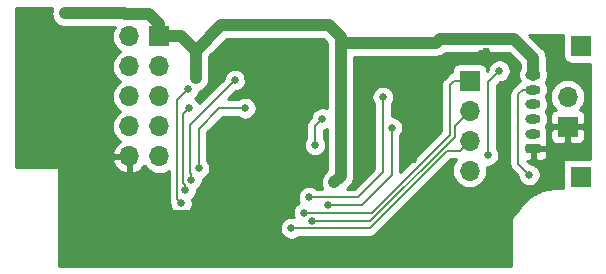
<source format=gbl>
G04 #@! TF.GenerationSoftware,KiCad,Pcbnew,(5.1.4)-1*
G04 #@! TF.CreationDate,2019-12-07T17:35:06+00:00*
G04 #@! TF.ProjectId,analog,616e616c-6f67-42e6-9b69-6361645f7063,rev?*
G04 #@! TF.SameCoordinates,Original*
G04 #@! TF.FileFunction,Copper,L2,Bot*
G04 #@! TF.FilePolarity,Positive*
%FSLAX46Y46*%
G04 Gerber Fmt 4.6, Leading zero omitted, Abs format (unit mm)*
G04 Created by KiCad (PCBNEW (5.1.4)-1) date 2019-12-07 17:35:06*
%MOMM*%
%LPD*%
G04 APERTURE LIST*
%ADD10O,1.700000X1.700000*%
%ADD11R,1.700000X1.700000*%
%ADD12C,0.100000*%
%ADD13C,0.800000*%
%ADD14O,1.300000X0.800000*%
%ADD15C,0.762000*%
%ADD16C,0.660400*%
%ADD17C,0.203200*%
%ADD18C,0.381000*%
%ADD19C,0.635000*%
%ADD20C,1.016000*%
%ADD21C,0.254000*%
G04 APERTURE END LIST*
D10*
X66617400Y-45730160D03*
X66617400Y-43190160D03*
X66617400Y-40650160D03*
D11*
X66617400Y-38110160D03*
X74923200Y-42021760D03*
D10*
X74923200Y-39481760D03*
D11*
X76040800Y-35189160D03*
X40353800Y-34376360D03*
D10*
X37813800Y-34376360D03*
X40353800Y-36916360D03*
X37813800Y-36916360D03*
X40353800Y-39456360D03*
X37813800Y-39456360D03*
X40353800Y-41996360D03*
X37813800Y-41996360D03*
X40353800Y-44536360D03*
X37813800Y-44536360D03*
D11*
X76040800Y-46314360D03*
D12*
G36*
X72471803Y-43467723D02*
G01*
X72491218Y-43470603D01*
X72510257Y-43475372D01*
X72528737Y-43481984D01*
X72546479Y-43490376D01*
X72563314Y-43500466D01*
X72579079Y-43512158D01*
X72593621Y-43525339D01*
X72606802Y-43539881D01*
X72618494Y-43555646D01*
X72628584Y-43572481D01*
X72636976Y-43590223D01*
X72643588Y-43608703D01*
X72648357Y-43627742D01*
X72651237Y-43647157D01*
X72652200Y-43666760D01*
X72652200Y-44066760D01*
X72651237Y-44086363D01*
X72648357Y-44105778D01*
X72643588Y-44124817D01*
X72636976Y-44143297D01*
X72628584Y-44161039D01*
X72618494Y-44177874D01*
X72606802Y-44193639D01*
X72593621Y-44208181D01*
X72579079Y-44221362D01*
X72563314Y-44233054D01*
X72546479Y-44243144D01*
X72528737Y-44251536D01*
X72510257Y-44258148D01*
X72491218Y-44262917D01*
X72471803Y-44265797D01*
X72452200Y-44266760D01*
X71552200Y-44266760D01*
X71532597Y-44265797D01*
X71513182Y-44262917D01*
X71494143Y-44258148D01*
X71475663Y-44251536D01*
X71457921Y-44243144D01*
X71441086Y-44233054D01*
X71425321Y-44221362D01*
X71410779Y-44208181D01*
X71397598Y-44193639D01*
X71385906Y-44177874D01*
X71375816Y-44161039D01*
X71367424Y-44143297D01*
X71360812Y-44124817D01*
X71356043Y-44105778D01*
X71353163Y-44086363D01*
X71352200Y-44066760D01*
X71352200Y-43666760D01*
X71353163Y-43647157D01*
X71356043Y-43627742D01*
X71360812Y-43608703D01*
X71367424Y-43590223D01*
X71375816Y-43572481D01*
X71385906Y-43555646D01*
X71397598Y-43539881D01*
X71410779Y-43525339D01*
X71425321Y-43512158D01*
X71441086Y-43500466D01*
X71457921Y-43490376D01*
X71475663Y-43481984D01*
X71494143Y-43475372D01*
X71513182Y-43470603D01*
X71532597Y-43467723D01*
X71552200Y-43466760D01*
X72452200Y-43466760D01*
X72471803Y-43467723D01*
X72471803Y-43467723D01*
G37*
D13*
X72002200Y-43866760D03*
D14*
X72002200Y-42616760D03*
X72002200Y-41366760D03*
X72002200Y-40116760D03*
X72002200Y-38866760D03*
X72002200Y-37616760D03*
D15*
X61893000Y-48320960D03*
X61816800Y-44739560D03*
X60724600Y-39532560D03*
X64153600Y-51673760D03*
X37890000Y-47990760D03*
X52368000Y-45323760D03*
X54180400Y-35408758D03*
X68039800Y-35722539D03*
X57894000Y-51684960D03*
X47897600Y-37912040D03*
X54779157Y-52014803D03*
X45967198Y-49248060D03*
X39871200Y-53324760D03*
D16*
X71660700Y-46082710D03*
X47618200Y-40446960D03*
X43681200Y-45552360D03*
X51529800Y-50606958D03*
X52606038Y-49287104D03*
D15*
X55720800Y-39634160D03*
X63798000Y-34935160D03*
X32327400Y-32420560D03*
X52114000Y-33436560D03*
X33140200Y-32420560D03*
X33953000Y-32420560D03*
X55176198Y-46734960D03*
D16*
X68184020Y-44426580D03*
X69142870Y-37286490D03*
D15*
X43427216Y-37932360D03*
D16*
X53307800Y-49971950D03*
X54146000Y-41335960D03*
X53536400Y-43571160D03*
X46754610Y-38059360D03*
X43046200Y-46492160D03*
X60013400Y-42093170D03*
X54654000Y-48625760D03*
X59276800Y-39507160D03*
X53028400Y-47990760D03*
X42766800Y-38846760D03*
X42208008Y-48508535D03*
X42868400Y-40421560D03*
X42538200Y-47406562D03*
D17*
X60724600Y-39557960D02*
X60724600Y-39532560D01*
D18*
X60724600Y-40802560D02*
X60724600Y-39532560D01*
X61816800Y-44739560D02*
X61816800Y-41894760D01*
X61816800Y-41894760D02*
X60724600Y-40802560D01*
X61893000Y-48787933D02*
X61893000Y-51673760D01*
X61893000Y-48320960D02*
X61893000Y-48787933D01*
X61893000Y-51673760D02*
X63686627Y-51673760D01*
X63686627Y-51673760D02*
X64153600Y-51673760D01*
X73692200Y-42021760D02*
X74923200Y-42021760D01*
X73221400Y-42492560D02*
X73692200Y-42021760D01*
X73221400Y-43571160D02*
X73221400Y-42492560D01*
X49777200Y-51699160D02*
X47084800Y-51699160D01*
X52037801Y-45653959D02*
X52368000Y-45323760D01*
X49777200Y-47914560D02*
X52037801Y-45653959D01*
X49777200Y-51699160D02*
X49777200Y-47914560D01*
X67455600Y-51673760D02*
X73221400Y-45907960D01*
X64153600Y-51673760D02*
X67455600Y-51673760D01*
X73186800Y-43866760D02*
X73221400Y-43901360D01*
X72002200Y-43866760D02*
X73186800Y-43866760D01*
X73221400Y-45907960D02*
X73221400Y-43901360D01*
X73221400Y-43901360D02*
X73221400Y-43571160D01*
X67500985Y-35722539D02*
X68039800Y-35722539D01*
X66840564Y-36382960D02*
X67500985Y-35722539D01*
X65296600Y-36382960D02*
X66840564Y-36382960D01*
X60724600Y-39532560D02*
X62147000Y-39532560D01*
X62147000Y-39532560D02*
X65296600Y-36382960D01*
X61893000Y-51673760D02*
X61881800Y-51684960D01*
X61881800Y-51684960D02*
X58432815Y-51684960D01*
X58432815Y-51684960D02*
X57894000Y-51684960D01*
X57894000Y-51684960D02*
X55109000Y-51684960D01*
X55109000Y-51684960D02*
X54779157Y-52014803D01*
X54240342Y-52014803D02*
X54779157Y-52014803D01*
X50092843Y-52014803D02*
X54240342Y-52014803D01*
X49777200Y-51699160D02*
X50092843Y-52014803D01*
X39147300Y-49248060D02*
X45428383Y-49248060D01*
X45428383Y-49248060D02*
X45967198Y-49248060D01*
X37890000Y-47990760D02*
X39147300Y-49248060D01*
X46348197Y-49629059D02*
X45967198Y-49248060D01*
X47084800Y-50365662D02*
X46348197Y-49629059D01*
X47084800Y-51699160D02*
X47084800Y-50365662D01*
X41496800Y-51699160D02*
X39871200Y-53324760D01*
X47084800Y-51699160D02*
X41496800Y-51699160D01*
X37890000Y-44612560D02*
X37813800Y-44536360D01*
X37890000Y-47990760D02*
X37890000Y-44612560D01*
D19*
X51677118Y-37912040D02*
X47897600Y-37912040D01*
X54180400Y-35408758D02*
X51677118Y-37912040D01*
X51677118Y-44094063D02*
X51677118Y-37912040D01*
X52368000Y-44784945D02*
X51677118Y-44094063D01*
X52368000Y-45323760D02*
X52368000Y-44784945D01*
D17*
X71149000Y-38866760D02*
X72002200Y-38866760D01*
X70732200Y-39283560D02*
X71149000Y-38866760D01*
X70732200Y-45154210D02*
X70732200Y-39283560D01*
X71660700Y-46082710D02*
X70732200Y-45154210D01*
X43681200Y-45085387D02*
X43681200Y-45552360D01*
X43681200Y-42199560D02*
X43681200Y-45085387D01*
X47618200Y-40446960D02*
X45433800Y-40446960D01*
X45433800Y-40446960D02*
X43681200Y-42199560D01*
X51529802Y-50606960D02*
X51529800Y-50606958D01*
X58165701Y-50606960D02*
X51529802Y-50606960D01*
X64732502Y-44040159D02*
X58165701Y-50606960D01*
X66617400Y-43190160D02*
X65767401Y-44040159D01*
X65767401Y-44040159D02*
X64732502Y-44040159D01*
X65652200Y-38110160D02*
X66617400Y-38110160D01*
X65564200Y-38110160D02*
X65652200Y-38110160D01*
X64941000Y-42682160D02*
X58336056Y-49287104D01*
X53073011Y-49287104D02*
X52606038Y-49287104D01*
X65652200Y-38110160D02*
X65322000Y-38110160D01*
X64941000Y-38491160D02*
X64941000Y-42682160D01*
X58336056Y-49287104D02*
X53073011Y-49287104D01*
X65322000Y-38110160D02*
X64941000Y-38491160D01*
D20*
X42219800Y-34376360D02*
X43427200Y-35583760D01*
X40353800Y-34376360D02*
X42219800Y-34376360D01*
X54704800Y-33436560D02*
X55720800Y-34452560D01*
X43427200Y-35583760D02*
X45574400Y-33436560D01*
X52977600Y-33436560D02*
X54704800Y-33436560D01*
X55720800Y-34452560D02*
X55720800Y-34935160D01*
X55720800Y-34935160D02*
X55720800Y-35697160D01*
X55720800Y-35697160D02*
X55720800Y-39634160D01*
X55720800Y-34935160D02*
X63798000Y-34935160D01*
X40353800Y-34376360D02*
X40353800Y-33309560D01*
X40353800Y-33309560D02*
X39515600Y-32471360D01*
X37357422Y-32420560D02*
X33953000Y-32420560D01*
X39515600Y-32471360D02*
X37408222Y-32471360D01*
X37408222Y-32471360D02*
X37357422Y-32420560D01*
X45574400Y-33436560D02*
X52114000Y-33436560D01*
X52114000Y-33436560D02*
X52977600Y-33436560D01*
X33140200Y-32420560D02*
X32352800Y-32420560D01*
X33953000Y-32420560D02*
X33140200Y-32420560D01*
X64128199Y-34604961D02*
X63798000Y-34935160D01*
X70406401Y-34604961D02*
X64128199Y-34604961D01*
X72002200Y-36200760D02*
X70406401Y-34604961D01*
X72002200Y-37616760D02*
X72002200Y-36200760D01*
X55720800Y-39634160D02*
X55720800Y-46190358D01*
X55557197Y-46353961D02*
X55176198Y-46734960D01*
X55720800Y-46190358D02*
X55557197Y-46353961D01*
D17*
X68184020Y-38245340D02*
X68812671Y-37616689D01*
X68184020Y-44426580D02*
X68184020Y-38245340D01*
X68812671Y-37616689D02*
X69142870Y-37286490D01*
D20*
X43427200Y-35583760D02*
X43427216Y-35583776D01*
X43427216Y-35583776D02*
X43427216Y-37393545D01*
X43427216Y-37393545D02*
X43427216Y-37932360D01*
D17*
X66617400Y-40650160D02*
X65347411Y-41920149D01*
X65347411Y-41920149D02*
X65347411Y-42850500D01*
X65347411Y-42850500D02*
X58225961Y-49971950D01*
X53774773Y-49971950D02*
X53307800Y-49971950D01*
X58225961Y-49971950D02*
X53774773Y-49971950D01*
X53536400Y-41945560D02*
X53536400Y-43104187D01*
X53536400Y-43104187D02*
X53536400Y-43571160D01*
X54146000Y-41335960D02*
X53536400Y-41945560D01*
X42969998Y-41843972D02*
X42969998Y-45948985D01*
X46754610Y-38059360D02*
X42969998Y-41843972D01*
X42969998Y-45948985D02*
X43046200Y-46025187D01*
X43046200Y-46025187D02*
X43046200Y-46492160D01*
X57498800Y-48625760D02*
X55120973Y-48625760D01*
X55120973Y-48625760D02*
X54654000Y-48625760D01*
X60013400Y-42093170D02*
X60013400Y-46111160D01*
X60013400Y-46111160D02*
X57498800Y-48625760D01*
X57168600Y-47990760D02*
X53495373Y-47990760D01*
X53495373Y-47990760D02*
X53028400Y-47990760D01*
X59276800Y-45882560D02*
X57168600Y-47990760D01*
X59276800Y-39507160D02*
X59276800Y-45882560D01*
X41877801Y-48178328D02*
X41877809Y-48178336D01*
X41877809Y-48178336D02*
X42208008Y-48508535D01*
X41877809Y-48178336D02*
X41877809Y-39735751D01*
X41877809Y-39735751D02*
X42766800Y-38846760D01*
X42538200Y-46939589D02*
X42538200Y-47406562D01*
X42385799Y-46787188D02*
X42538200Y-46939589D01*
X42868400Y-40421560D02*
X42385799Y-40904161D01*
X42385799Y-40904161D02*
X42385799Y-46787188D01*
D21*
G36*
X31226339Y-32196493D02*
G01*
X31204270Y-32420560D01*
X31226339Y-32644627D01*
X31291697Y-32860083D01*
X31397832Y-33058649D01*
X31540667Y-33232693D01*
X31714711Y-33375528D01*
X31913277Y-33481663D01*
X32128733Y-33547021D01*
X32296654Y-33563560D01*
X36564427Y-33563560D01*
X36435201Y-33805326D01*
X36350287Y-34085249D01*
X36321615Y-34376360D01*
X36350287Y-34667471D01*
X36435201Y-34947394D01*
X36573094Y-35205374D01*
X36758666Y-35431494D01*
X36984786Y-35617066D01*
X37039591Y-35646360D01*
X36984786Y-35675654D01*
X36758666Y-35861226D01*
X36573094Y-36087346D01*
X36435201Y-36345326D01*
X36350287Y-36625249D01*
X36321615Y-36916360D01*
X36350287Y-37207471D01*
X36435201Y-37487394D01*
X36573094Y-37745374D01*
X36758666Y-37971494D01*
X36984786Y-38157066D01*
X37039591Y-38186360D01*
X36984786Y-38215654D01*
X36758666Y-38401226D01*
X36573094Y-38627346D01*
X36435201Y-38885326D01*
X36350287Y-39165249D01*
X36321615Y-39456360D01*
X36350287Y-39747471D01*
X36435201Y-40027394D01*
X36573094Y-40285374D01*
X36758666Y-40511494D01*
X36984786Y-40697066D01*
X37039591Y-40726360D01*
X36984786Y-40755654D01*
X36758666Y-40941226D01*
X36573094Y-41167346D01*
X36435201Y-41425326D01*
X36350287Y-41705249D01*
X36321615Y-41996360D01*
X36350287Y-42287471D01*
X36435201Y-42567394D01*
X36573094Y-42825374D01*
X36758666Y-43051494D01*
X36984786Y-43237066D01*
X37049323Y-43271561D01*
X36932445Y-43341182D01*
X36716212Y-43536091D01*
X36542159Y-43769440D01*
X36416975Y-44032261D01*
X36372324Y-44179470D01*
X36493645Y-44409360D01*
X37686800Y-44409360D01*
X37686800Y-44389360D01*
X37940800Y-44389360D01*
X37940800Y-44409360D01*
X37960800Y-44409360D01*
X37960800Y-44663360D01*
X37940800Y-44663360D01*
X37940800Y-45857174D01*
X38170691Y-45977841D01*
X38445052Y-45880517D01*
X38695155Y-45731538D01*
X38911388Y-45536629D01*
X39082216Y-45307604D01*
X39113094Y-45365374D01*
X39298666Y-45591494D01*
X39524786Y-45777066D01*
X39782766Y-45914959D01*
X40062689Y-45999873D01*
X40280850Y-46021360D01*
X40426750Y-46021360D01*
X40644911Y-45999873D01*
X40924834Y-45914959D01*
X41141209Y-45799304D01*
X41141209Y-48142063D01*
X41137637Y-48178328D01*
X41151860Y-48322726D01*
X41193979Y-48461575D01*
X41242808Y-48552929D01*
X41242808Y-48603599D01*
X41279900Y-48790073D01*
X41352659Y-48965729D01*
X41458288Y-49123814D01*
X41592729Y-49258255D01*
X41750814Y-49363884D01*
X41926470Y-49436643D01*
X42112944Y-49473735D01*
X42303072Y-49473735D01*
X42489546Y-49436643D01*
X42665202Y-49363884D01*
X42823287Y-49258255D01*
X42957728Y-49123814D01*
X43063357Y-48965729D01*
X43136116Y-48790073D01*
X43173208Y-48603599D01*
X43173208Y-48413471D01*
X43136116Y-48226997D01*
X43116938Y-48180698D01*
X43153479Y-48156282D01*
X43287920Y-48021841D01*
X43393549Y-47863756D01*
X43466308Y-47688100D01*
X43503400Y-47501626D01*
X43503400Y-47347505D01*
X43661479Y-47241880D01*
X43795920Y-47107439D01*
X43901549Y-46949354D01*
X43974308Y-46773698D01*
X44011400Y-46587224D01*
X44011400Y-46460312D01*
X44138394Y-46407709D01*
X44296479Y-46302080D01*
X44430920Y-46167639D01*
X44536549Y-46009554D01*
X44609308Y-45833898D01*
X44646400Y-45647424D01*
X44646400Y-45457296D01*
X44609308Y-45270822D01*
X44536549Y-45095166D01*
X44430920Y-44937081D01*
X44417800Y-44923961D01*
X44417800Y-42504669D01*
X45738910Y-41183560D01*
X46989801Y-41183560D01*
X47002921Y-41196680D01*
X47161006Y-41302309D01*
X47336662Y-41375068D01*
X47523136Y-41412160D01*
X47713264Y-41412160D01*
X47899738Y-41375068D01*
X48075394Y-41302309D01*
X48233479Y-41196680D01*
X48367920Y-41062239D01*
X48473549Y-40904154D01*
X48546308Y-40728498D01*
X48583400Y-40542024D01*
X48583400Y-40351896D01*
X48546308Y-40165422D01*
X48473549Y-39989766D01*
X48367920Y-39831681D01*
X48233479Y-39697240D01*
X48075394Y-39591611D01*
X47899738Y-39518852D01*
X47713264Y-39481760D01*
X47523136Y-39481760D01*
X47336662Y-39518852D01*
X47161006Y-39591611D01*
X47002921Y-39697240D01*
X46989801Y-39710360D01*
X46145320Y-39710360D01*
X46831120Y-39024560D01*
X46849674Y-39024560D01*
X47036148Y-38987468D01*
X47211804Y-38914709D01*
X47369889Y-38809080D01*
X47504330Y-38674639D01*
X47609959Y-38516554D01*
X47682718Y-38340898D01*
X47719810Y-38154424D01*
X47719810Y-37964296D01*
X47682718Y-37777822D01*
X47609959Y-37602166D01*
X47504330Y-37444081D01*
X47369889Y-37309640D01*
X47211804Y-37204011D01*
X47036148Y-37131252D01*
X46849674Y-37094160D01*
X46659546Y-37094160D01*
X46473072Y-37131252D01*
X46297416Y-37204011D01*
X46139331Y-37309640D01*
X46004890Y-37444081D01*
X45899261Y-37602166D01*
X45826502Y-37777822D01*
X45789410Y-37964296D01*
X45789410Y-37982850D01*
X43748395Y-40023866D01*
X43723749Y-39964366D01*
X43618120Y-39806281D01*
X43483679Y-39671840D01*
X43376487Y-39600217D01*
X43382079Y-39596480D01*
X43516520Y-39462039D01*
X43622149Y-39303954D01*
X43694908Y-39128298D01*
X43712417Y-39040276D01*
X43866739Y-38993463D01*
X44065305Y-38887328D01*
X44239349Y-38744493D01*
X44382184Y-38570449D01*
X44488319Y-38371882D01*
X44553677Y-38156426D01*
X44570216Y-37988505D01*
X44570216Y-36057189D01*
X46047847Y-34579560D01*
X54231355Y-34579560D01*
X54573587Y-34921792D01*
X54572270Y-34935160D01*
X54577800Y-34991305D01*
X54577800Y-35641015D01*
X54577801Y-39578005D01*
X54577800Y-39578015D01*
X54577800Y-40470093D01*
X54427538Y-40407852D01*
X54241064Y-40370760D01*
X54050936Y-40370760D01*
X53864462Y-40407852D01*
X53688806Y-40480611D01*
X53530721Y-40586240D01*
X53396280Y-40720681D01*
X53290651Y-40878766D01*
X53217892Y-41054422D01*
X53180800Y-41240896D01*
X53180800Y-41259451D01*
X53041132Y-41399119D01*
X53013025Y-41422186D01*
X52989959Y-41450292D01*
X52989958Y-41450293D01*
X52970816Y-41473618D01*
X52920976Y-41534348D01*
X52852578Y-41662312D01*
X52810458Y-41801162D01*
X52799800Y-41909374D01*
X52796236Y-41945560D01*
X52799800Y-41981744D01*
X52799801Y-42942760D01*
X52786680Y-42955881D01*
X52681051Y-43113966D01*
X52608292Y-43289622D01*
X52571200Y-43476096D01*
X52571200Y-43666224D01*
X52608292Y-43852698D01*
X52681051Y-44028354D01*
X52786680Y-44186439D01*
X52921121Y-44320880D01*
X53079206Y-44426509D01*
X53254862Y-44499268D01*
X53441336Y-44536360D01*
X53631464Y-44536360D01*
X53817938Y-44499268D01*
X53993594Y-44426509D01*
X54151679Y-44320880D01*
X54286120Y-44186439D01*
X54391749Y-44028354D01*
X54464508Y-43852698D01*
X54501600Y-43666224D01*
X54501600Y-43476096D01*
X54464508Y-43289622D01*
X54391749Y-43113966D01*
X54286120Y-42955881D01*
X54273000Y-42942761D01*
X54273000Y-42294808D01*
X54427538Y-42264068D01*
X54577800Y-42201827D01*
X54577801Y-45716912D01*
X54328274Y-45966439D01*
X54221231Y-46096872D01*
X54115096Y-46295437D01*
X54049737Y-46510893D01*
X54027669Y-46734960D01*
X54049737Y-46959027D01*
X54115096Y-47174483D01*
X54157684Y-47254160D01*
X53656799Y-47254160D01*
X53643679Y-47241040D01*
X53485594Y-47135411D01*
X53309938Y-47062652D01*
X53123464Y-47025560D01*
X52933336Y-47025560D01*
X52746862Y-47062652D01*
X52571206Y-47135411D01*
X52413121Y-47241040D01*
X52278680Y-47375481D01*
X52173051Y-47533566D01*
X52100292Y-47709222D01*
X52063200Y-47895696D01*
X52063200Y-48085824D01*
X52100292Y-48272298D01*
X52163779Y-48425569D01*
X52148844Y-48431755D01*
X51990759Y-48537384D01*
X51856318Y-48671825D01*
X51750689Y-48829910D01*
X51677930Y-49005566D01*
X51640838Y-49192040D01*
X51640838Y-49382168D01*
X51677930Y-49568642D01*
X51715700Y-49659826D01*
X51624864Y-49641758D01*
X51434736Y-49641758D01*
X51248262Y-49678850D01*
X51072606Y-49751609D01*
X50914521Y-49857238D01*
X50780080Y-49991679D01*
X50674451Y-50149764D01*
X50601692Y-50325420D01*
X50564600Y-50511894D01*
X50564600Y-50702022D01*
X50601692Y-50888496D01*
X50674451Y-51064152D01*
X50780080Y-51222237D01*
X50914521Y-51356678D01*
X51072606Y-51462307D01*
X51248262Y-51535066D01*
X51434736Y-51572158D01*
X51624864Y-51572158D01*
X51811338Y-51535066D01*
X51986994Y-51462307D01*
X52145079Y-51356678D01*
X52158197Y-51343560D01*
X58129518Y-51343560D01*
X58165701Y-51347124D01*
X58201884Y-51343560D01*
X58201887Y-51343560D01*
X58310100Y-51332902D01*
X58448950Y-51290782D01*
X58576914Y-51222384D01*
X58689076Y-51130335D01*
X58712147Y-51102223D01*
X65037612Y-44776759D01*
X65478776Y-44776759D01*
X65376694Y-44901146D01*
X65238801Y-45159126D01*
X65153887Y-45439049D01*
X65125215Y-45730160D01*
X65153887Y-46021271D01*
X65238801Y-46301194D01*
X65376694Y-46559174D01*
X65562266Y-46785294D01*
X65788386Y-46970866D01*
X66046366Y-47108759D01*
X66326289Y-47193673D01*
X66544450Y-47215160D01*
X66690350Y-47215160D01*
X66908511Y-47193673D01*
X67188434Y-47108759D01*
X67446414Y-46970866D01*
X67672534Y-46785294D01*
X67858106Y-46559174D01*
X67995999Y-46301194D01*
X68080913Y-46021271D01*
X68109585Y-45730160D01*
X68080913Y-45439049D01*
X68065137Y-45387042D01*
X68088956Y-45391780D01*
X68279084Y-45391780D01*
X68465558Y-45354688D01*
X68641214Y-45281929D01*
X68799299Y-45176300D01*
X68933740Y-45041859D01*
X69039369Y-44883774D01*
X69112128Y-44708118D01*
X69149220Y-44521644D01*
X69149220Y-44331516D01*
X69112128Y-44145042D01*
X69039369Y-43969386D01*
X68933740Y-43811301D01*
X68920620Y-43798181D01*
X68920620Y-38550449D01*
X69219380Y-38251690D01*
X69237934Y-38251690D01*
X69424408Y-38214598D01*
X69600064Y-38141839D01*
X69758149Y-38036210D01*
X69892590Y-37901769D01*
X69998219Y-37743684D01*
X70070978Y-37568028D01*
X70108070Y-37381554D01*
X70108070Y-37191426D01*
X70070978Y-37004952D01*
X69998219Y-36829296D01*
X69892590Y-36671211D01*
X69758149Y-36536770D01*
X69600064Y-36431141D01*
X69424408Y-36358382D01*
X69237934Y-36321290D01*
X69047806Y-36321290D01*
X68861332Y-36358382D01*
X68685676Y-36431141D01*
X68527591Y-36536770D01*
X68393150Y-36671211D01*
X68287521Y-36829296D01*
X68214762Y-37004952D01*
X68177670Y-37191426D01*
X68177670Y-37209980D01*
X68105472Y-37282178D01*
X68105472Y-37260160D01*
X68093212Y-37135678D01*
X68056902Y-37015980D01*
X67997937Y-36905666D01*
X67918585Y-36808975D01*
X67821894Y-36729623D01*
X67711580Y-36670658D01*
X67591882Y-36634348D01*
X67467400Y-36622088D01*
X65767400Y-36622088D01*
X65642918Y-36634348D01*
X65523220Y-36670658D01*
X65412906Y-36729623D01*
X65316215Y-36808975D01*
X65236863Y-36905666D01*
X65177898Y-37015980D01*
X65141588Y-37135678D01*
X65129328Y-37260160D01*
X65129328Y-37398862D01*
X65038751Y-37426338D01*
X64910787Y-37494736D01*
X64798625Y-37586785D01*
X64775550Y-37614902D01*
X64445733Y-37944718D01*
X64417625Y-37967786D01*
X64394559Y-37995892D01*
X64394558Y-37995893D01*
X64389525Y-38002026D01*
X64325576Y-38079948D01*
X64257178Y-38207912D01*
X64215058Y-38346762D01*
X64204432Y-38454648D01*
X64200836Y-38491160D01*
X64204400Y-38527343D01*
X64204401Y-42377050D01*
X60750000Y-45831451D01*
X60750000Y-42721569D01*
X60763120Y-42708449D01*
X60868749Y-42550364D01*
X60941508Y-42374708D01*
X60978600Y-42188234D01*
X60978600Y-41998106D01*
X60941508Y-41811632D01*
X60868749Y-41635976D01*
X60763120Y-41477891D01*
X60628679Y-41343450D01*
X60470594Y-41237821D01*
X60294938Y-41165062D01*
X60108464Y-41127970D01*
X60013400Y-41127970D01*
X60013400Y-40135559D01*
X60026520Y-40122439D01*
X60132149Y-39964354D01*
X60204908Y-39788698D01*
X60242000Y-39602224D01*
X60242000Y-39412096D01*
X60204908Y-39225622D01*
X60132149Y-39049966D01*
X60026520Y-38891881D01*
X59892079Y-38757440D01*
X59733994Y-38651811D01*
X59558338Y-38579052D01*
X59371864Y-38541960D01*
X59181736Y-38541960D01*
X58995262Y-38579052D01*
X58819606Y-38651811D01*
X58661521Y-38757440D01*
X58527080Y-38891881D01*
X58421451Y-39049966D01*
X58348692Y-39225622D01*
X58311600Y-39412096D01*
X58311600Y-39602224D01*
X58348692Y-39788698D01*
X58421451Y-39964354D01*
X58527080Y-40122439D01*
X58540200Y-40135559D01*
X58540201Y-45577449D01*
X56863491Y-47254160D01*
X56273443Y-47254160D01*
X56489317Y-47038286D01*
X56532933Y-47002491D01*
X56675768Y-46828447D01*
X56781903Y-46629881D01*
X56847261Y-46414425D01*
X56863800Y-46246504D01*
X56863800Y-46246496D01*
X56869329Y-46190358D01*
X56863800Y-46134219D01*
X56863800Y-36078160D01*
X63741861Y-36078160D01*
X63798000Y-36083689D01*
X63854139Y-36078160D01*
X63854146Y-36078160D01*
X64022067Y-36061621D01*
X64237523Y-35996263D01*
X64436089Y-35890128D01*
X64609319Y-35747961D01*
X69932956Y-35747961D01*
X70859200Y-36674206D01*
X70859200Y-37091845D01*
X70791359Y-37218767D01*
X70732176Y-37413865D01*
X70712193Y-37616760D01*
X70732176Y-37819655D01*
X70791359Y-38014753D01*
X70879092Y-38178891D01*
X70865751Y-38182938D01*
X70737787Y-38251336D01*
X70625625Y-38343385D01*
X70602554Y-38371497D01*
X70236932Y-38737119D01*
X70208826Y-38760185D01*
X70185760Y-38788291D01*
X70185758Y-38788293D01*
X70116776Y-38872348D01*
X70048378Y-39000313D01*
X70045088Y-39011159D01*
X70009555Y-39128298D01*
X70006259Y-39139162D01*
X69992036Y-39283560D01*
X69995601Y-39319753D01*
X69995600Y-45118027D01*
X69992036Y-45154210D01*
X69995600Y-45190393D01*
X69995600Y-45190395D01*
X70006258Y-45298608D01*
X70048378Y-45437458D01*
X70116776Y-45565422D01*
X70208825Y-45677584D01*
X70236932Y-45700651D01*
X70695500Y-46159220D01*
X70695500Y-46177774D01*
X70732592Y-46364248D01*
X70805351Y-46539904D01*
X70910980Y-46697989D01*
X71045421Y-46832430D01*
X71203506Y-46938059D01*
X71379162Y-47010818D01*
X71565636Y-47047910D01*
X71755764Y-47047910D01*
X71942238Y-47010818D01*
X72117894Y-46938059D01*
X72275979Y-46832430D01*
X72410420Y-46697989D01*
X72516049Y-46539904D01*
X72588808Y-46364248D01*
X72625900Y-46177774D01*
X72625900Y-45987646D01*
X72588808Y-45801172D01*
X72516049Y-45625516D01*
X72410420Y-45467431D01*
X72275979Y-45332990D01*
X72117894Y-45227361D01*
X71942238Y-45154602D01*
X71755764Y-45117510D01*
X71737210Y-45117510D01*
X71523090Y-44903391D01*
X71716450Y-44901760D01*
X71875200Y-44743010D01*
X71875200Y-43993760D01*
X72129200Y-43993760D01*
X72129200Y-44743010D01*
X72287950Y-44901760D01*
X72652200Y-44904832D01*
X72776682Y-44892572D01*
X72896380Y-44856262D01*
X73006694Y-44797297D01*
X73103385Y-44717945D01*
X73182737Y-44621254D01*
X73241702Y-44510940D01*
X73278012Y-44391242D01*
X73290272Y-44266760D01*
X73287200Y-44152510D01*
X73128450Y-43993760D01*
X72129200Y-43993760D01*
X71875200Y-43993760D01*
X71855200Y-43993760D01*
X71855200Y-43739760D01*
X71875200Y-43739760D01*
X71875200Y-43719760D01*
X72129200Y-43719760D01*
X72129200Y-43739760D01*
X73128450Y-43739760D01*
X73287200Y-43581010D01*
X73290272Y-43466760D01*
X73278012Y-43342278D01*
X73241702Y-43222580D01*
X73182737Y-43112266D01*
X73169525Y-43096167D01*
X73213041Y-43014753D01*
X73256417Y-42871760D01*
X73435128Y-42871760D01*
X73447388Y-42996242D01*
X73483698Y-43115940D01*
X73542663Y-43226254D01*
X73622015Y-43322945D01*
X73718706Y-43402297D01*
X73829020Y-43461262D01*
X73948718Y-43497572D01*
X74073200Y-43509832D01*
X74637450Y-43506760D01*
X74796200Y-43348010D01*
X74796200Y-42148760D01*
X75050200Y-42148760D01*
X75050200Y-43348010D01*
X75208950Y-43506760D01*
X75773200Y-43509832D01*
X75897682Y-43497572D01*
X76017380Y-43461262D01*
X76127694Y-43402297D01*
X76224385Y-43322945D01*
X76303737Y-43226254D01*
X76362702Y-43115940D01*
X76399012Y-42996242D01*
X76411272Y-42871760D01*
X76408200Y-42307510D01*
X76249450Y-42148760D01*
X75050200Y-42148760D01*
X74796200Y-42148760D01*
X73596950Y-42148760D01*
X73438200Y-42307510D01*
X73435128Y-42871760D01*
X73256417Y-42871760D01*
X73272224Y-42819655D01*
X73292207Y-42616760D01*
X73272224Y-42413865D01*
X73213041Y-42218767D01*
X73116934Y-42038963D01*
X73078196Y-41991760D01*
X73116934Y-41944557D01*
X73213041Y-41764753D01*
X73272224Y-41569655D01*
X73292207Y-41366760D01*
X73272224Y-41163865D01*
X73213041Y-40968767D01*
X73116934Y-40788963D01*
X73078196Y-40741760D01*
X73116934Y-40694557D01*
X73213041Y-40514753D01*
X73272224Y-40319655D01*
X73292207Y-40116760D01*
X73272224Y-39913865D01*
X73213041Y-39718767D01*
X73116934Y-39538963D01*
X73078196Y-39491760D01*
X73086402Y-39481760D01*
X73431015Y-39481760D01*
X73459687Y-39772871D01*
X73544601Y-40052794D01*
X73682494Y-40310774D01*
X73868066Y-40536894D01*
X73897887Y-40561367D01*
X73829020Y-40582258D01*
X73718706Y-40641223D01*
X73622015Y-40720575D01*
X73542663Y-40817266D01*
X73483698Y-40927580D01*
X73447388Y-41047278D01*
X73435128Y-41171760D01*
X73438200Y-41736010D01*
X73596950Y-41894760D01*
X74796200Y-41894760D01*
X74796200Y-41874760D01*
X75050200Y-41874760D01*
X75050200Y-41894760D01*
X76249450Y-41894760D01*
X76408200Y-41736010D01*
X76411272Y-41171760D01*
X76399012Y-41047278D01*
X76362702Y-40927580D01*
X76303737Y-40817266D01*
X76224385Y-40720575D01*
X76127694Y-40641223D01*
X76017380Y-40582258D01*
X75948513Y-40561367D01*
X75978334Y-40536894D01*
X76163906Y-40310774D01*
X76301799Y-40052794D01*
X76386713Y-39772871D01*
X76415385Y-39481760D01*
X76386713Y-39190649D01*
X76301799Y-38910726D01*
X76163906Y-38652746D01*
X75978334Y-38426626D01*
X75752214Y-38241054D01*
X75494234Y-38103161D01*
X75214311Y-38018247D01*
X74996150Y-37996760D01*
X74850250Y-37996760D01*
X74632089Y-38018247D01*
X74352166Y-38103161D01*
X74094186Y-38241054D01*
X73868066Y-38426626D01*
X73682494Y-38652746D01*
X73544601Y-38910726D01*
X73459687Y-39190649D01*
X73431015Y-39481760D01*
X73086402Y-39481760D01*
X73116934Y-39444557D01*
X73213041Y-39264753D01*
X73272224Y-39069655D01*
X73292207Y-38866760D01*
X73272224Y-38663865D01*
X73213041Y-38468767D01*
X73116934Y-38288963D01*
X73078196Y-38241760D01*
X73116934Y-38194557D01*
X73213041Y-38014753D01*
X73272224Y-37819655D01*
X73292207Y-37616760D01*
X73272224Y-37413865D01*
X73213041Y-37218767D01*
X73145200Y-37091845D01*
X73145200Y-36256899D01*
X73150729Y-36200760D01*
X73145200Y-36144621D01*
X73145200Y-36144614D01*
X73128661Y-35976693D01*
X73102402Y-35890128D01*
X73063303Y-35761236D01*
X72999043Y-35641014D01*
X72957168Y-35562671D01*
X72814333Y-35388627D01*
X72770723Y-35352837D01*
X71691845Y-34273960D01*
X74559149Y-34273960D01*
X74552728Y-34339160D01*
X74552728Y-36039160D01*
X74564988Y-36163642D01*
X74601298Y-36283340D01*
X74660263Y-36393654D01*
X74739615Y-36490345D01*
X74836306Y-36569697D01*
X74946620Y-36628662D01*
X75066318Y-36664972D01*
X75190800Y-36677232D01*
X76803601Y-36677232D01*
X76803600Y-44790360D01*
X74637818Y-44790360D01*
X74613042Y-44792800D01*
X74589217Y-44800027D01*
X74567261Y-44811763D01*
X74548015Y-44827557D01*
X74532221Y-44846803D01*
X74520485Y-44868759D01*
X74513258Y-44892584D01*
X74510818Y-44917360D01*
X74510818Y-47229560D01*
X74010185Y-47229560D01*
X73939810Y-47229224D01*
X73907205Y-47232264D01*
X73874456Y-47232035D01*
X73864938Y-47232969D01*
X73268320Y-47295675D01*
X73207509Y-47308158D01*
X73146518Y-47319793D01*
X73137362Y-47322557D01*
X72564286Y-47499954D01*
X72507032Y-47524022D01*
X72449488Y-47547271D01*
X72441043Y-47551761D01*
X72236176Y-47662532D01*
X72231424Y-47663000D01*
X72207599Y-47670227D01*
X72185643Y-47681963D01*
X72166397Y-47697757D01*
X72160944Y-47703210D01*
X71913338Y-47837090D01*
X71861881Y-47871798D01*
X71809917Y-47905803D01*
X71802505Y-47911848D01*
X71340271Y-48294242D01*
X71296524Y-48338295D01*
X71252167Y-48381733D01*
X71246070Y-48389103D01*
X70866913Y-48853995D01*
X70832557Y-48905706D01*
X70797480Y-48956934D01*
X70792934Y-48965343D01*
X70792931Y-48965347D01*
X70792931Y-48965348D01*
X70672718Y-49191436D01*
X70185197Y-49678957D01*
X70169403Y-49698203D01*
X70157667Y-49720159D01*
X70150440Y-49743984D01*
X70148000Y-49768760D01*
X70148000Y-53808160D01*
X31870200Y-53808160D01*
X31870200Y-45526960D01*
X31867760Y-45502184D01*
X31860533Y-45478359D01*
X31848797Y-45456403D01*
X31833003Y-45437157D01*
X31813757Y-45421363D01*
X31791801Y-45409627D01*
X31767976Y-45402400D01*
X31743200Y-45399960D01*
X28211800Y-45399960D01*
X28211800Y-44893250D01*
X36372324Y-44893250D01*
X36416975Y-45040459D01*
X36542159Y-45303280D01*
X36716212Y-45536629D01*
X36932445Y-45731538D01*
X37182548Y-45880517D01*
X37456909Y-45977841D01*
X37686800Y-45857174D01*
X37686800Y-44663360D01*
X36493645Y-44663360D01*
X36372324Y-44893250D01*
X28211800Y-44893250D01*
X28211800Y-31987960D01*
X31289597Y-31987960D01*
X31226339Y-32196493D01*
X31226339Y-32196493D01*
G37*
X31226339Y-32196493D02*
X31204270Y-32420560D01*
X31226339Y-32644627D01*
X31291697Y-32860083D01*
X31397832Y-33058649D01*
X31540667Y-33232693D01*
X31714711Y-33375528D01*
X31913277Y-33481663D01*
X32128733Y-33547021D01*
X32296654Y-33563560D01*
X36564427Y-33563560D01*
X36435201Y-33805326D01*
X36350287Y-34085249D01*
X36321615Y-34376360D01*
X36350287Y-34667471D01*
X36435201Y-34947394D01*
X36573094Y-35205374D01*
X36758666Y-35431494D01*
X36984786Y-35617066D01*
X37039591Y-35646360D01*
X36984786Y-35675654D01*
X36758666Y-35861226D01*
X36573094Y-36087346D01*
X36435201Y-36345326D01*
X36350287Y-36625249D01*
X36321615Y-36916360D01*
X36350287Y-37207471D01*
X36435201Y-37487394D01*
X36573094Y-37745374D01*
X36758666Y-37971494D01*
X36984786Y-38157066D01*
X37039591Y-38186360D01*
X36984786Y-38215654D01*
X36758666Y-38401226D01*
X36573094Y-38627346D01*
X36435201Y-38885326D01*
X36350287Y-39165249D01*
X36321615Y-39456360D01*
X36350287Y-39747471D01*
X36435201Y-40027394D01*
X36573094Y-40285374D01*
X36758666Y-40511494D01*
X36984786Y-40697066D01*
X37039591Y-40726360D01*
X36984786Y-40755654D01*
X36758666Y-40941226D01*
X36573094Y-41167346D01*
X36435201Y-41425326D01*
X36350287Y-41705249D01*
X36321615Y-41996360D01*
X36350287Y-42287471D01*
X36435201Y-42567394D01*
X36573094Y-42825374D01*
X36758666Y-43051494D01*
X36984786Y-43237066D01*
X37049323Y-43271561D01*
X36932445Y-43341182D01*
X36716212Y-43536091D01*
X36542159Y-43769440D01*
X36416975Y-44032261D01*
X36372324Y-44179470D01*
X36493645Y-44409360D01*
X37686800Y-44409360D01*
X37686800Y-44389360D01*
X37940800Y-44389360D01*
X37940800Y-44409360D01*
X37960800Y-44409360D01*
X37960800Y-44663360D01*
X37940800Y-44663360D01*
X37940800Y-45857174D01*
X38170691Y-45977841D01*
X38445052Y-45880517D01*
X38695155Y-45731538D01*
X38911388Y-45536629D01*
X39082216Y-45307604D01*
X39113094Y-45365374D01*
X39298666Y-45591494D01*
X39524786Y-45777066D01*
X39782766Y-45914959D01*
X40062689Y-45999873D01*
X40280850Y-46021360D01*
X40426750Y-46021360D01*
X40644911Y-45999873D01*
X40924834Y-45914959D01*
X41141209Y-45799304D01*
X41141209Y-48142063D01*
X41137637Y-48178328D01*
X41151860Y-48322726D01*
X41193979Y-48461575D01*
X41242808Y-48552929D01*
X41242808Y-48603599D01*
X41279900Y-48790073D01*
X41352659Y-48965729D01*
X41458288Y-49123814D01*
X41592729Y-49258255D01*
X41750814Y-49363884D01*
X41926470Y-49436643D01*
X42112944Y-49473735D01*
X42303072Y-49473735D01*
X42489546Y-49436643D01*
X42665202Y-49363884D01*
X42823287Y-49258255D01*
X42957728Y-49123814D01*
X43063357Y-48965729D01*
X43136116Y-48790073D01*
X43173208Y-48603599D01*
X43173208Y-48413471D01*
X43136116Y-48226997D01*
X43116938Y-48180698D01*
X43153479Y-48156282D01*
X43287920Y-48021841D01*
X43393549Y-47863756D01*
X43466308Y-47688100D01*
X43503400Y-47501626D01*
X43503400Y-47347505D01*
X43661479Y-47241880D01*
X43795920Y-47107439D01*
X43901549Y-46949354D01*
X43974308Y-46773698D01*
X44011400Y-46587224D01*
X44011400Y-46460312D01*
X44138394Y-46407709D01*
X44296479Y-46302080D01*
X44430920Y-46167639D01*
X44536549Y-46009554D01*
X44609308Y-45833898D01*
X44646400Y-45647424D01*
X44646400Y-45457296D01*
X44609308Y-45270822D01*
X44536549Y-45095166D01*
X44430920Y-44937081D01*
X44417800Y-44923961D01*
X44417800Y-42504669D01*
X45738910Y-41183560D01*
X46989801Y-41183560D01*
X47002921Y-41196680D01*
X47161006Y-41302309D01*
X47336662Y-41375068D01*
X47523136Y-41412160D01*
X47713264Y-41412160D01*
X47899738Y-41375068D01*
X48075394Y-41302309D01*
X48233479Y-41196680D01*
X48367920Y-41062239D01*
X48473549Y-40904154D01*
X48546308Y-40728498D01*
X48583400Y-40542024D01*
X48583400Y-40351896D01*
X48546308Y-40165422D01*
X48473549Y-39989766D01*
X48367920Y-39831681D01*
X48233479Y-39697240D01*
X48075394Y-39591611D01*
X47899738Y-39518852D01*
X47713264Y-39481760D01*
X47523136Y-39481760D01*
X47336662Y-39518852D01*
X47161006Y-39591611D01*
X47002921Y-39697240D01*
X46989801Y-39710360D01*
X46145320Y-39710360D01*
X46831120Y-39024560D01*
X46849674Y-39024560D01*
X47036148Y-38987468D01*
X47211804Y-38914709D01*
X47369889Y-38809080D01*
X47504330Y-38674639D01*
X47609959Y-38516554D01*
X47682718Y-38340898D01*
X47719810Y-38154424D01*
X47719810Y-37964296D01*
X47682718Y-37777822D01*
X47609959Y-37602166D01*
X47504330Y-37444081D01*
X47369889Y-37309640D01*
X47211804Y-37204011D01*
X47036148Y-37131252D01*
X46849674Y-37094160D01*
X46659546Y-37094160D01*
X46473072Y-37131252D01*
X46297416Y-37204011D01*
X46139331Y-37309640D01*
X46004890Y-37444081D01*
X45899261Y-37602166D01*
X45826502Y-37777822D01*
X45789410Y-37964296D01*
X45789410Y-37982850D01*
X43748395Y-40023866D01*
X43723749Y-39964366D01*
X43618120Y-39806281D01*
X43483679Y-39671840D01*
X43376487Y-39600217D01*
X43382079Y-39596480D01*
X43516520Y-39462039D01*
X43622149Y-39303954D01*
X43694908Y-39128298D01*
X43712417Y-39040276D01*
X43866739Y-38993463D01*
X44065305Y-38887328D01*
X44239349Y-38744493D01*
X44382184Y-38570449D01*
X44488319Y-38371882D01*
X44553677Y-38156426D01*
X44570216Y-37988505D01*
X44570216Y-36057189D01*
X46047847Y-34579560D01*
X54231355Y-34579560D01*
X54573587Y-34921792D01*
X54572270Y-34935160D01*
X54577800Y-34991305D01*
X54577800Y-35641015D01*
X54577801Y-39578005D01*
X54577800Y-39578015D01*
X54577800Y-40470093D01*
X54427538Y-40407852D01*
X54241064Y-40370760D01*
X54050936Y-40370760D01*
X53864462Y-40407852D01*
X53688806Y-40480611D01*
X53530721Y-40586240D01*
X53396280Y-40720681D01*
X53290651Y-40878766D01*
X53217892Y-41054422D01*
X53180800Y-41240896D01*
X53180800Y-41259451D01*
X53041132Y-41399119D01*
X53013025Y-41422186D01*
X52989959Y-41450292D01*
X52989958Y-41450293D01*
X52970816Y-41473618D01*
X52920976Y-41534348D01*
X52852578Y-41662312D01*
X52810458Y-41801162D01*
X52799800Y-41909374D01*
X52796236Y-41945560D01*
X52799800Y-41981744D01*
X52799801Y-42942760D01*
X52786680Y-42955881D01*
X52681051Y-43113966D01*
X52608292Y-43289622D01*
X52571200Y-43476096D01*
X52571200Y-43666224D01*
X52608292Y-43852698D01*
X52681051Y-44028354D01*
X52786680Y-44186439D01*
X52921121Y-44320880D01*
X53079206Y-44426509D01*
X53254862Y-44499268D01*
X53441336Y-44536360D01*
X53631464Y-44536360D01*
X53817938Y-44499268D01*
X53993594Y-44426509D01*
X54151679Y-44320880D01*
X54286120Y-44186439D01*
X54391749Y-44028354D01*
X54464508Y-43852698D01*
X54501600Y-43666224D01*
X54501600Y-43476096D01*
X54464508Y-43289622D01*
X54391749Y-43113966D01*
X54286120Y-42955881D01*
X54273000Y-42942761D01*
X54273000Y-42294808D01*
X54427538Y-42264068D01*
X54577800Y-42201827D01*
X54577801Y-45716912D01*
X54328274Y-45966439D01*
X54221231Y-46096872D01*
X54115096Y-46295437D01*
X54049737Y-46510893D01*
X54027669Y-46734960D01*
X54049737Y-46959027D01*
X54115096Y-47174483D01*
X54157684Y-47254160D01*
X53656799Y-47254160D01*
X53643679Y-47241040D01*
X53485594Y-47135411D01*
X53309938Y-47062652D01*
X53123464Y-47025560D01*
X52933336Y-47025560D01*
X52746862Y-47062652D01*
X52571206Y-47135411D01*
X52413121Y-47241040D01*
X52278680Y-47375481D01*
X52173051Y-47533566D01*
X52100292Y-47709222D01*
X52063200Y-47895696D01*
X52063200Y-48085824D01*
X52100292Y-48272298D01*
X52163779Y-48425569D01*
X52148844Y-48431755D01*
X51990759Y-48537384D01*
X51856318Y-48671825D01*
X51750689Y-48829910D01*
X51677930Y-49005566D01*
X51640838Y-49192040D01*
X51640838Y-49382168D01*
X51677930Y-49568642D01*
X51715700Y-49659826D01*
X51624864Y-49641758D01*
X51434736Y-49641758D01*
X51248262Y-49678850D01*
X51072606Y-49751609D01*
X50914521Y-49857238D01*
X50780080Y-49991679D01*
X50674451Y-50149764D01*
X50601692Y-50325420D01*
X50564600Y-50511894D01*
X50564600Y-50702022D01*
X50601692Y-50888496D01*
X50674451Y-51064152D01*
X50780080Y-51222237D01*
X50914521Y-51356678D01*
X51072606Y-51462307D01*
X51248262Y-51535066D01*
X51434736Y-51572158D01*
X51624864Y-51572158D01*
X51811338Y-51535066D01*
X51986994Y-51462307D01*
X52145079Y-51356678D01*
X52158197Y-51343560D01*
X58129518Y-51343560D01*
X58165701Y-51347124D01*
X58201884Y-51343560D01*
X58201887Y-51343560D01*
X58310100Y-51332902D01*
X58448950Y-51290782D01*
X58576914Y-51222384D01*
X58689076Y-51130335D01*
X58712147Y-51102223D01*
X65037612Y-44776759D01*
X65478776Y-44776759D01*
X65376694Y-44901146D01*
X65238801Y-45159126D01*
X65153887Y-45439049D01*
X65125215Y-45730160D01*
X65153887Y-46021271D01*
X65238801Y-46301194D01*
X65376694Y-46559174D01*
X65562266Y-46785294D01*
X65788386Y-46970866D01*
X66046366Y-47108759D01*
X66326289Y-47193673D01*
X66544450Y-47215160D01*
X66690350Y-47215160D01*
X66908511Y-47193673D01*
X67188434Y-47108759D01*
X67446414Y-46970866D01*
X67672534Y-46785294D01*
X67858106Y-46559174D01*
X67995999Y-46301194D01*
X68080913Y-46021271D01*
X68109585Y-45730160D01*
X68080913Y-45439049D01*
X68065137Y-45387042D01*
X68088956Y-45391780D01*
X68279084Y-45391780D01*
X68465558Y-45354688D01*
X68641214Y-45281929D01*
X68799299Y-45176300D01*
X68933740Y-45041859D01*
X69039369Y-44883774D01*
X69112128Y-44708118D01*
X69149220Y-44521644D01*
X69149220Y-44331516D01*
X69112128Y-44145042D01*
X69039369Y-43969386D01*
X68933740Y-43811301D01*
X68920620Y-43798181D01*
X68920620Y-38550449D01*
X69219380Y-38251690D01*
X69237934Y-38251690D01*
X69424408Y-38214598D01*
X69600064Y-38141839D01*
X69758149Y-38036210D01*
X69892590Y-37901769D01*
X69998219Y-37743684D01*
X70070978Y-37568028D01*
X70108070Y-37381554D01*
X70108070Y-37191426D01*
X70070978Y-37004952D01*
X69998219Y-36829296D01*
X69892590Y-36671211D01*
X69758149Y-36536770D01*
X69600064Y-36431141D01*
X69424408Y-36358382D01*
X69237934Y-36321290D01*
X69047806Y-36321290D01*
X68861332Y-36358382D01*
X68685676Y-36431141D01*
X68527591Y-36536770D01*
X68393150Y-36671211D01*
X68287521Y-36829296D01*
X68214762Y-37004952D01*
X68177670Y-37191426D01*
X68177670Y-37209980D01*
X68105472Y-37282178D01*
X68105472Y-37260160D01*
X68093212Y-37135678D01*
X68056902Y-37015980D01*
X67997937Y-36905666D01*
X67918585Y-36808975D01*
X67821894Y-36729623D01*
X67711580Y-36670658D01*
X67591882Y-36634348D01*
X67467400Y-36622088D01*
X65767400Y-36622088D01*
X65642918Y-36634348D01*
X65523220Y-36670658D01*
X65412906Y-36729623D01*
X65316215Y-36808975D01*
X65236863Y-36905666D01*
X65177898Y-37015980D01*
X65141588Y-37135678D01*
X65129328Y-37260160D01*
X65129328Y-37398862D01*
X65038751Y-37426338D01*
X64910787Y-37494736D01*
X64798625Y-37586785D01*
X64775550Y-37614902D01*
X64445733Y-37944718D01*
X64417625Y-37967786D01*
X64394559Y-37995892D01*
X64394558Y-37995893D01*
X64389525Y-38002026D01*
X64325576Y-38079948D01*
X64257178Y-38207912D01*
X64215058Y-38346762D01*
X64204432Y-38454648D01*
X64200836Y-38491160D01*
X64204400Y-38527343D01*
X64204401Y-42377050D01*
X60750000Y-45831451D01*
X60750000Y-42721569D01*
X60763120Y-42708449D01*
X60868749Y-42550364D01*
X60941508Y-42374708D01*
X60978600Y-42188234D01*
X60978600Y-41998106D01*
X60941508Y-41811632D01*
X60868749Y-41635976D01*
X60763120Y-41477891D01*
X60628679Y-41343450D01*
X60470594Y-41237821D01*
X60294938Y-41165062D01*
X60108464Y-41127970D01*
X60013400Y-41127970D01*
X60013400Y-40135559D01*
X60026520Y-40122439D01*
X60132149Y-39964354D01*
X60204908Y-39788698D01*
X60242000Y-39602224D01*
X60242000Y-39412096D01*
X60204908Y-39225622D01*
X60132149Y-39049966D01*
X60026520Y-38891881D01*
X59892079Y-38757440D01*
X59733994Y-38651811D01*
X59558338Y-38579052D01*
X59371864Y-38541960D01*
X59181736Y-38541960D01*
X58995262Y-38579052D01*
X58819606Y-38651811D01*
X58661521Y-38757440D01*
X58527080Y-38891881D01*
X58421451Y-39049966D01*
X58348692Y-39225622D01*
X58311600Y-39412096D01*
X58311600Y-39602224D01*
X58348692Y-39788698D01*
X58421451Y-39964354D01*
X58527080Y-40122439D01*
X58540200Y-40135559D01*
X58540201Y-45577449D01*
X56863491Y-47254160D01*
X56273443Y-47254160D01*
X56489317Y-47038286D01*
X56532933Y-47002491D01*
X56675768Y-46828447D01*
X56781903Y-46629881D01*
X56847261Y-46414425D01*
X56863800Y-46246504D01*
X56863800Y-46246496D01*
X56869329Y-46190358D01*
X56863800Y-46134219D01*
X56863800Y-36078160D01*
X63741861Y-36078160D01*
X63798000Y-36083689D01*
X63854139Y-36078160D01*
X63854146Y-36078160D01*
X64022067Y-36061621D01*
X64237523Y-35996263D01*
X64436089Y-35890128D01*
X64609319Y-35747961D01*
X69932956Y-35747961D01*
X70859200Y-36674206D01*
X70859200Y-37091845D01*
X70791359Y-37218767D01*
X70732176Y-37413865D01*
X70712193Y-37616760D01*
X70732176Y-37819655D01*
X70791359Y-38014753D01*
X70879092Y-38178891D01*
X70865751Y-38182938D01*
X70737787Y-38251336D01*
X70625625Y-38343385D01*
X70602554Y-38371497D01*
X70236932Y-38737119D01*
X70208826Y-38760185D01*
X70185760Y-38788291D01*
X70185758Y-38788293D01*
X70116776Y-38872348D01*
X70048378Y-39000313D01*
X70045088Y-39011159D01*
X70009555Y-39128298D01*
X70006259Y-39139162D01*
X69992036Y-39283560D01*
X69995601Y-39319753D01*
X69995600Y-45118027D01*
X69992036Y-45154210D01*
X69995600Y-45190393D01*
X69995600Y-45190395D01*
X70006258Y-45298608D01*
X70048378Y-45437458D01*
X70116776Y-45565422D01*
X70208825Y-45677584D01*
X70236932Y-45700651D01*
X70695500Y-46159220D01*
X70695500Y-46177774D01*
X70732592Y-46364248D01*
X70805351Y-46539904D01*
X70910980Y-46697989D01*
X71045421Y-46832430D01*
X71203506Y-46938059D01*
X71379162Y-47010818D01*
X71565636Y-47047910D01*
X71755764Y-47047910D01*
X71942238Y-47010818D01*
X72117894Y-46938059D01*
X72275979Y-46832430D01*
X72410420Y-46697989D01*
X72516049Y-46539904D01*
X72588808Y-46364248D01*
X72625900Y-46177774D01*
X72625900Y-45987646D01*
X72588808Y-45801172D01*
X72516049Y-45625516D01*
X72410420Y-45467431D01*
X72275979Y-45332990D01*
X72117894Y-45227361D01*
X71942238Y-45154602D01*
X71755764Y-45117510D01*
X71737210Y-45117510D01*
X71523090Y-44903391D01*
X71716450Y-44901760D01*
X71875200Y-44743010D01*
X71875200Y-43993760D01*
X72129200Y-43993760D01*
X72129200Y-44743010D01*
X72287950Y-44901760D01*
X72652200Y-44904832D01*
X72776682Y-44892572D01*
X72896380Y-44856262D01*
X73006694Y-44797297D01*
X73103385Y-44717945D01*
X73182737Y-44621254D01*
X73241702Y-44510940D01*
X73278012Y-44391242D01*
X73290272Y-44266760D01*
X73287200Y-44152510D01*
X73128450Y-43993760D01*
X72129200Y-43993760D01*
X71875200Y-43993760D01*
X71855200Y-43993760D01*
X71855200Y-43739760D01*
X71875200Y-43739760D01*
X71875200Y-43719760D01*
X72129200Y-43719760D01*
X72129200Y-43739760D01*
X73128450Y-43739760D01*
X73287200Y-43581010D01*
X73290272Y-43466760D01*
X73278012Y-43342278D01*
X73241702Y-43222580D01*
X73182737Y-43112266D01*
X73169525Y-43096167D01*
X73213041Y-43014753D01*
X73256417Y-42871760D01*
X73435128Y-42871760D01*
X73447388Y-42996242D01*
X73483698Y-43115940D01*
X73542663Y-43226254D01*
X73622015Y-43322945D01*
X73718706Y-43402297D01*
X73829020Y-43461262D01*
X73948718Y-43497572D01*
X74073200Y-43509832D01*
X74637450Y-43506760D01*
X74796200Y-43348010D01*
X74796200Y-42148760D01*
X75050200Y-42148760D01*
X75050200Y-43348010D01*
X75208950Y-43506760D01*
X75773200Y-43509832D01*
X75897682Y-43497572D01*
X76017380Y-43461262D01*
X76127694Y-43402297D01*
X76224385Y-43322945D01*
X76303737Y-43226254D01*
X76362702Y-43115940D01*
X76399012Y-42996242D01*
X76411272Y-42871760D01*
X76408200Y-42307510D01*
X76249450Y-42148760D01*
X75050200Y-42148760D01*
X74796200Y-42148760D01*
X73596950Y-42148760D01*
X73438200Y-42307510D01*
X73435128Y-42871760D01*
X73256417Y-42871760D01*
X73272224Y-42819655D01*
X73292207Y-42616760D01*
X73272224Y-42413865D01*
X73213041Y-42218767D01*
X73116934Y-42038963D01*
X73078196Y-41991760D01*
X73116934Y-41944557D01*
X73213041Y-41764753D01*
X73272224Y-41569655D01*
X73292207Y-41366760D01*
X73272224Y-41163865D01*
X73213041Y-40968767D01*
X73116934Y-40788963D01*
X73078196Y-40741760D01*
X73116934Y-40694557D01*
X73213041Y-40514753D01*
X73272224Y-40319655D01*
X73292207Y-40116760D01*
X73272224Y-39913865D01*
X73213041Y-39718767D01*
X73116934Y-39538963D01*
X73078196Y-39491760D01*
X73086402Y-39481760D01*
X73431015Y-39481760D01*
X73459687Y-39772871D01*
X73544601Y-40052794D01*
X73682494Y-40310774D01*
X73868066Y-40536894D01*
X73897887Y-40561367D01*
X73829020Y-40582258D01*
X73718706Y-40641223D01*
X73622015Y-40720575D01*
X73542663Y-40817266D01*
X73483698Y-40927580D01*
X73447388Y-41047278D01*
X73435128Y-41171760D01*
X73438200Y-41736010D01*
X73596950Y-41894760D01*
X74796200Y-41894760D01*
X74796200Y-41874760D01*
X75050200Y-41874760D01*
X75050200Y-41894760D01*
X76249450Y-41894760D01*
X76408200Y-41736010D01*
X76411272Y-41171760D01*
X76399012Y-41047278D01*
X76362702Y-40927580D01*
X76303737Y-40817266D01*
X76224385Y-40720575D01*
X76127694Y-40641223D01*
X76017380Y-40582258D01*
X75948513Y-40561367D01*
X75978334Y-40536894D01*
X76163906Y-40310774D01*
X76301799Y-40052794D01*
X76386713Y-39772871D01*
X76415385Y-39481760D01*
X76386713Y-39190649D01*
X76301799Y-38910726D01*
X76163906Y-38652746D01*
X75978334Y-38426626D01*
X75752214Y-38241054D01*
X75494234Y-38103161D01*
X75214311Y-38018247D01*
X74996150Y-37996760D01*
X74850250Y-37996760D01*
X74632089Y-38018247D01*
X74352166Y-38103161D01*
X74094186Y-38241054D01*
X73868066Y-38426626D01*
X73682494Y-38652746D01*
X73544601Y-38910726D01*
X73459687Y-39190649D01*
X73431015Y-39481760D01*
X73086402Y-39481760D01*
X73116934Y-39444557D01*
X73213041Y-39264753D01*
X73272224Y-39069655D01*
X73292207Y-38866760D01*
X73272224Y-38663865D01*
X73213041Y-38468767D01*
X73116934Y-38288963D01*
X73078196Y-38241760D01*
X73116934Y-38194557D01*
X73213041Y-38014753D01*
X73272224Y-37819655D01*
X73292207Y-37616760D01*
X73272224Y-37413865D01*
X73213041Y-37218767D01*
X73145200Y-37091845D01*
X73145200Y-36256899D01*
X73150729Y-36200760D01*
X73145200Y-36144621D01*
X73145200Y-36144614D01*
X73128661Y-35976693D01*
X73102402Y-35890128D01*
X73063303Y-35761236D01*
X72999043Y-35641014D01*
X72957168Y-35562671D01*
X72814333Y-35388627D01*
X72770723Y-35352837D01*
X71691845Y-34273960D01*
X74559149Y-34273960D01*
X74552728Y-34339160D01*
X74552728Y-36039160D01*
X74564988Y-36163642D01*
X74601298Y-36283340D01*
X74660263Y-36393654D01*
X74739615Y-36490345D01*
X74836306Y-36569697D01*
X74946620Y-36628662D01*
X75066318Y-36664972D01*
X75190800Y-36677232D01*
X76803601Y-36677232D01*
X76803600Y-44790360D01*
X74637818Y-44790360D01*
X74613042Y-44792800D01*
X74589217Y-44800027D01*
X74567261Y-44811763D01*
X74548015Y-44827557D01*
X74532221Y-44846803D01*
X74520485Y-44868759D01*
X74513258Y-44892584D01*
X74510818Y-44917360D01*
X74510818Y-47229560D01*
X74010185Y-47229560D01*
X73939810Y-47229224D01*
X73907205Y-47232264D01*
X73874456Y-47232035D01*
X73864938Y-47232969D01*
X73268320Y-47295675D01*
X73207509Y-47308158D01*
X73146518Y-47319793D01*
X73137362Y-47322557D01*
X72564286Y-47499954D01*
X72507032Y-47524022D01*
X72449488Y-47547271D01*
X72441043Y-47551761D01*
X72236176Y-47662532D01*
X72231424Y-47663000D01*
X72207599Y-47670227D01*
X72185643Y-47681963D01*
X72166397Y-47697757D01*
X72160944Y-47703210D01*
X71913338Y-47837090D01*
X71861881Y-47871798D01*
X71809917Y-47905803D01*
X71802505Y-47911848D01*
X71340271Y-48294242D01*
X71296524Y-48338295D01*
X71252167Y-48381733D01*
X71246070Y-48389103D01*
X70866913Y-48853995D01*
X70832557Y-48905706D01*
X70797480Y-48956934D01*
X70792934Y-48965343D01*
X70792931Y-48965347D01*
X70792931Y-48965348D01*
X70672718Y-49191436D01*
X70185197Y-49678957D01*
X70169403Y-49698203D01*
X70157667Y-49720159D01*
X70150440Y-49743984D01*
X70148000Y-49768760D01*
X70148000Y-53808160D01*
X31870200Y-53808160D01*
X31870200Y-45526960D01*
X31867760Y-45502184D01*
X31860533Y-45478359D01*
X31848797Y-45456403D01*
X31833003Y-45437157D01*
X31813757Y-45421363D01*
X31791801Y-45409627D01*
X31767976Y-45402400D01*
X31743200Y-45399960D01*
X28211800Y-45399960D01*
X28211800Y-44893250D01*
X36372324Y-44893250D01*
X36416975Y-45040459D01*
X36542159Y-45303280D01*
X36716212Y-45536629D01*
X36932445Y-45731538D01*
X37182548Y-45880517D01*
X37456909Y-45977841D01*
X37686800Y-45857174D01*
X37686800Y-44663360D01*
X36493645Y-44663360D01*
X36372324Y-44893250D01*
X28211800Y-44893250D01*
X28211800Y-31987960D01*
X31289597Y-31987960D01*
X31226339Y-32196493D01*
M02*

</source>
